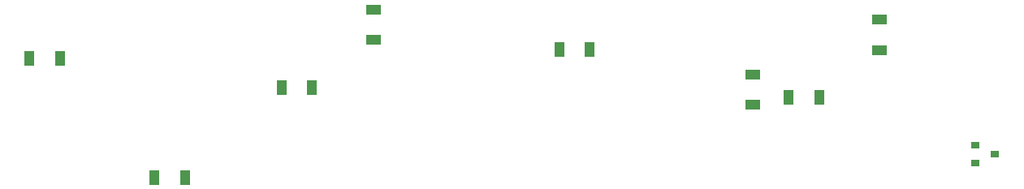
<source format=gtp>
G04*
G04 #@! TF.GenerationSoftware,Altium Limited,Altium Designer,21.1.1 (26)*
G04*
G04 Layer_Color=8421504*
%FSLAX25Y25*%
%MOIN*%
G70*
G04*
G04 #@! TF.SameCoordinates,73F3D1C4-FB11-4479-AABD-C16D83029322*
G04*
G04*
G04 #@! TF.FilePolarity,Positive*
G04*
G01*
G75*
%ADD17R,0.03543X0.03150*%
%ADD18R,0.03937X0.05906*%
%ADD19R,0.05906X0.03937*%
D17*
X539866Y413740D02*
D03*
Y406260D02*
D03*
X548134Y410000D02*
D03*
D18*
X203083Y400500D02*
D03*
X369201Y453000D02*
D03*
X381799D02*
D03*
X255201Y437500D02*
D03*
X267799D02*
D03*
X215681Y400500D02*
D03*
X463362Y433500D02*
D03*
X475961D02*
D03*
X151642Y449500D02*
D03*
X164240D02*
D03*
D19*
X293000Y469500D02*
D03*
X500500Y465299D02*
D03*
Y452701D02*
D03*
X448500Y442799D02*
D03*
X293000Y456902D02*
D03*
X448500Y430201D02*
D03*
M02*

</source>
